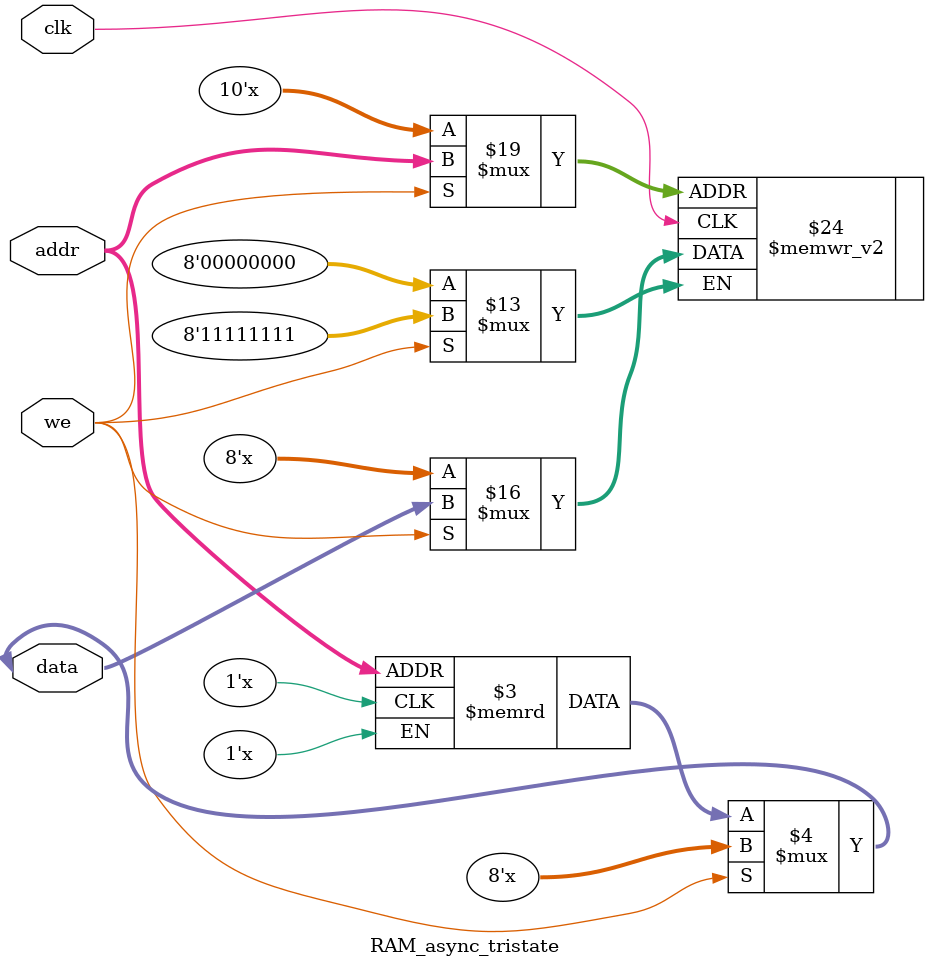
<source format=v>
module RAM_sync
#( parameter A = 10, 
             D = 8
)(
    input wire clk,
    input wire [A-1 : 0 ] addr,
    input wire [D-1 : 0 ] din,
    input wire [D-1 : 0 ] dout,
    output wire [0 : 0] we
);
    reg [D-1: 0] mem[0:(1<<A) -1];

    always @(posedge clk)
    begin
        dout <= mem[addr];
        if(we)
            mem[addr] <= din;
    end

endmodule

module RAM_async
#(
    parameter   A = 10,
                D = 8
)(
    input wire clk,
    input wire [A-1 : 0 ] addr,
    input wire [D-1 : 0 ] din,
    input wire [D-1 : 0 ] dout,
    output wire [0 : 0] we
);
    /*******************************************************
    *               WIRE AND REG DECLARATION               *
    *******************************************************/
    reg [D-1:0] mem[0:(1<<A) -1];
    /*******************************************************
    *                      ASSIGNMENT                      *
    *******************************************************/
    assign dout = mem[addr];
    /*******************************************************
    *               OTHER COMB AND SEQ LOGIC               *
    *******************************************************/    
    always @(posedge clk)
        if(we)
            mem[addr] <= din;

endmodule


module RAM_async_tristate
#(
    parameter                   A = 10, // # of address bits
                                D = 8   // # of data bits
)(
    input   wire    [0   : 0]   clk, 
    input   wire    [A-1 : 0]   addr, 
    inout   wire    [D-1 : 0]   data, 
    input   wire    [0   : 0]   we
);
    /*******************************************************
    *               WIRE AND REG DECLARATION               *
    *******************************************************/
    reg     [D-1 : 0]   mem [0 : ( 1 << A ) - 1]; // (1<<A)xD bit memory
    /*******************************************************
    *                      ASSIGNMENT                      *
    *******************************************************/
    assign data = !we ? mem[addr] : { D { 1'bz } }; // read memory to data (async)
    /*******************************************************
    *               OTHER COMB AND SEQ LOGIC               *
    *******************************************************/    
    always @(posedge clk)
        if( we )
            mem[addr] <= data; // write memory from data

endmodule
</source>
